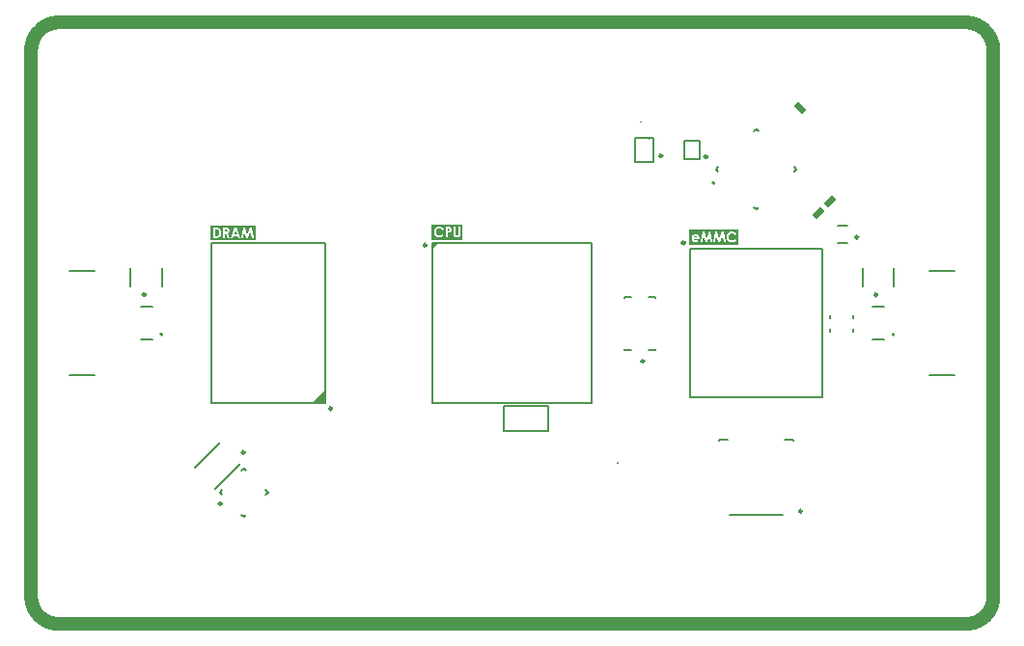
<source format=gbr>
%TF.GenerationSoftware,Altium Limited,Altium Designer,23.1.1 (15)*%
G04 Layer_Color=65535*
%FSLAX45Y45*%
%MOMM*%
%TF.SameCoordinates,3FBC52AE-4862-4018-B763-16E4B67C7164*%
%TF.FilePolarity,Positive*%
%TF.FileFunction,Legend,Top*%
%TF.Part,Single*%
G01*
G75*
%TA.AperFunction,NonConductor*%
%ADD67C,0.25000*%
%ADD68C,0.30000*%
%ADD69C,0.20000*%
%ADD70C,0.10000*%
%ADD71C,0.20320*%
%ADD72C,0.12700*%
G04:AMPARAMS|DCode=73|XSize=0.55mm|YSize=1mm|CornerRadius=0mm|HoleSize=0mm|Usage=FLASHONLY|Rotation=315.000|XOffset=0mm|YOffset=0mm|HoleType=Round|Shape=Rectangle|*
%AMROTATEDRECTD73*
4,1,4,-0.54801,-0.15910,0.15910,0.54801,0.54801,0.15910,-0.15910,-0.54801,-0.54801,-0.15910,0.0*
%
%ADD73ROTATEDRECTD73*%

G04:AMPARAMS|DCode=74|XSize=0.55mm|YSize=1mm|CornerRadius=0mm|HoleSize=0mm|Usage=FLASHONLY|Rotation=45.000|XOffset=0mm|YOffset=0mm|HoleType=Round|Shape=Rectangle|*
%AMROTATEDRECTD74*
4,1,4,0.15910,-0.54801,-0.54801,0.15910,-0.15910,0.54801,0.54801,-0.15910,0.15910,-0.54801,0.0*
%
%ADD74ROTATEDRECTD74*%

G36*
X10836195Y7939552D02*
X10836716Y7937989D01*
X10837497Y7937208D01*
X10842706Y7936687D01*
X10846872Y7935646D01*
X10852081Y7935125D01*
X10855727Y7934604D01*
X10861716Y7933823D01*
X10863800Y7933302D01*
X10866404Y7932260D01*
X10869269Y7931479D01*
X10871352Y7930958D01*
X10874737Y7930177D01*
X10877342Y7929656D01*
X10882290Y7928875D01*
X10888019Y7926271D01*
X10892185Y7925229D01*
X10896092Y7924448D01*
X10900259Y7922885D01*
X10901040Y7922104D01*
X10903644Y7921062D01*
X10905727Y7920541D01*
X10909113Y7919760D01*
X10911717Y7918718D01*
X10917186Y7915854D01*
X10920832Y7914812D01*
X10925780Y7912989D01*
X10927603Y7911166D01*
X10930988Y7909864D01*
X10933072Y7909343D01*
X10934894Y7908562D01*
X10937759Y7906218D01*
X10944530Y7903614D01*
X10947395Y7900750D01*
X10951041Y7899187D01*
X10952082Y7898666D01*
X10954947Y7896322D01*
X10957811Y7895020D01*
X10962499Y7892416D01*
X10963541Y7891374D01*
X10964582Y7890853D01*
X10969270Y7888249D01*
X10972395Y7885124D01*
X10977082Y7882520D01*
X10979166Y7880437D01*
X10980207Y7879916D01*
X10981249Y7878874D01*
X10982291Y7878353D01*
X10984374Y7876270D01*
X10985416Y7875749D01*
X10989062Y7873666D01*
X10990364Y7872364D01*
X10990885Y7871322D01*
X10992187Y7870020D01*
X10993228Y7869499D01*
X10995572Y7867155D01*
X10996093Y7866114D01*
X10996874Y7865332D01*
X11000520Y7863249D01*
X11003645Y7860124D01*
X11004687Y7859603D01*
X11020573Y7843717D01*
X11021094Y7842676D01*
X11024739Y7839030D01*
X11025260Y7837988D01*
X11027604Y7835124D01*
X11030468Y7832259D01*
X11030989Y7831217D01*
X11035156Y7827051D01*
X11037240Y7823405D01*
X11038802Y7821842D01*
X11039323Y7820800D01*
X11040885Y7819238D01*
X11041406Y7818196D01*
X11043489Y7816113D01*
X11044010Y7815071D01*
X11046615Y7810384D01*
X11049219Y7807779D01*
X11052344Y7802050D01*
X11054427Y7799967D01*
X11055469Y7797363D01*
X11055990Y7796321D01*
X11057813Y7793977D01*
X11058594Y7793717D01*
X11059115Y7792675D01*
X11060156Y7790071D01*
X11061458Y7786685D01*
X11062761Y7784863D01*
X11064844Y7781738D01*
X11065365Y7778612D01*
X11067969Y7774967D01*
X11069532Y7773404D01*
X11070573Y7769237D01*
X11071875Y7765852D01*
X11073177Y7764550D01*
X11073698Y7763508D01*
X11075261Y7759862D01*
X11077084Y7754914D01*
X11079427Y7751008D01*
X11080209Y7747623D01*
X11080730Y7745539D01*
X11084115Y7737987D01*
X11085157Y7733820D01*
X11086198Y7729133D01*
X11088803Y7724966D01*
X11089844Y7718716D01*
X11090626Y7714289D01*
X11091146Y7712205D01*
X11091667Y7709601D01*
X11092188Y7707518D01*
X11093230Y7704914D01*
X11094011Y7702049D01*
X11094532Y7699966D01*
X11095053Y7694757D01*
X11095573Y7691111D01*
X11096355Y7683559D01*
X11096876Y7680955D01*
X11098699Y7678090D01*
X11100261Y7677570D01*
X11100001Y2803810D01*
X11098438Y2803290D01*
X11097657Y2802508D01*
X11097136Y2797300D01*
X11096094Y2793133D01*
X11095053Y2782717D01*
X11094532Y2779071D01*
X11094011Y2776987D01*
X11092709Y2773602D01*
X11091928Y2770737D01*
X11091146Y2767352D01*
X11090626Y2765268D01*
X11090105Y2762664D01*
X11089063Y2756935D01*
X11086198Y2750424D01*
X11085678Y2746779D01*
X11085157Y2744695D01*
X11083334Y2739747D01*
X11082553Y2738966D01*
X11081511Y2736362D01*
X11080990Y2734278D01*
X11079948Y2729591D01*
X11077865Y2725945D01*
X11075782Y2721257D01*
X11075261Y2719174D01*
X11073698Y2715007D01*
X11071094Y2711361D01*
X11070313Y2708497D01*
X11069011Y2705111D01*
X11066667Y2702247D01*
X11064063Y2695476D01*
X11061198Y2692611D01*
X11060156Y2690007D01*
X11058073Y2686361D01*
X11056511Y2684799D01*
X11055469Y2682194D01*
X11054167Y2678809D01*
X11051823Y2676465D01*
X11051302Y2675423D01*
X11048698Y2670736D01*
X11045573Y2667611D01*
X11042969Y2662923D01*
X11040885Y2660840D01*
X11040365Y2659798D01*
X11038021Y2656934D01*
X11036198Y2655111D01*
X11033594Y2650423D01*
X11032812Y2649642D01*
X11031771Y2649121D01*
X11030468Y2647819D01*
X11029948Y2646777D01*
X11027604Y2644433D01*
X11026562Y2643913D01*
X11024479Y2640788D01*
X11023177Y2638965D01*
X11020573Y2636360D01*
X11020052Y2635319D01*
X11004166Y2619433D01*
X11003125Y2618912D01*
X10999479Y2615267D01*
X10998437Y2614746D01*
X10995572Y2612402D01*
X10992708Y2609537D01*
X10991666Y2609016D01*
X10987499Y2604850D01*
X10983853Y2602766D01*
X10981770Y2600683D01*
X10980728Y2600162D01*
X10979687Y2599120D01*
X10978645Y2598600D01*
X10976041Y2595995D01*
X10970312Y2592870D01*
X10968228Y2590787D01*
X10962499Y2587662D01*
X10960415Y2585579D01*
X10957811Y2584537D01*
X10956770Y2584016D01*
X10954947Y2582714D01*
X10954426Y2581672D01*
X10951041Y2579849D01*
X10948176Y2579068D01*
X10945311Y2577245D01*
X10942186Y2575162D01*
X10939061Y2574641D01*
X10935415Y2572037D01*
X10933853Y2570474D01*
X10929686Y2569433D01*
X10926300Y2568130D01*
X10924998Y2566828D01*
X10923957Y2566308D01*
X10920311Y2564745D01*
X10915363Y2562922D01*
X10914582Y2562141D01*
X10910936Y2560578D01*
X10906769Y2559537D01*
X10898956Y2555891D01*
X10895571Y2555109D01*
X10890363Y2554068D01*
X10882810Y2550682D01*
X10879165Y2550162D01*
X10874737Y2549380D01*
X10872654Y2548859D01*
X10870050Y2548339D01*
X10867967Y2547818D01*
X10865362Y2546776D01*
X10862498Y2545995D01*
X10860414Y2545474D01*
X10855206Y2544953D01*
X10851560Y2544432D01*
X10844008Y2543651D01*
X10841404Y2543130D01*
X10838539Y2541307D01*
X10838018Y2539745D01*
X2804324Y2540005D01*
X2803803Y2541568D01*
X2803022Y2542349D01*
X2797813Y2542870D01*
X2793646Y2543911D01*
X2783230Y2544953D01*
X2779584Y2545474D01*
X2777500Y2545995D01*
X2774115Y2547297D01*
X2771250Y2548078D01*
X2769167Y2548599D01*
X2765782Y2549380D01*
X2763177Y2549901D01*
X2758229Y2550682D01*
X2752500Y2553286D01*
X2748333Y2554328D01*
X2744427Y2555109D01*
X2740260Y2556672D01*
X2739479Y2557453D01*
X2736875Y2558495D01*
X2734792Y2559016D01*
X2730104Y2560057D01*
X2726458Y2562141D01*
X2721771Y2564224D01*
X2719687Y2564745D01*
X2715521Y2566308D01*
X2711875Y2568912D01*
X2709010Y2569693D01*
X2705625Y2570995D01*
X2700937Y2574120D01*
X2695989Y2575943D01*
X2693124Y2578808D01*
X2690520Y2579849D01*
X2686874Y2581933D01*
X2685312Y2583495D01*
X2682708Y2584537D01*
X2678020Y2587141D01*
X2676978Y2588183D01*
X2675937Y2588703D01*
X2671249Y2591308D01*
X2668124Y2594433D01*
X2663437Y2597037D01*
X2661353Y2599120D01*
X2660311Y2599641D01*
X2659270Y2600683D01*
X2658228Y2601204D01*
X2656145Y2603287D01*
X2655103Y2603808D01*
X2651457Y2605891D01*
X2650155Y2607193D01*
X2649634Y2608235D01*
X2648332Y2609537D01*
X2647290Y2610058D01*
X2644947Y2612402D01*
X2644426Y2613444D01*
X2643645Y2614225D01*
X2639999Y2616308D01*
X2636874Y2619433D01*
X2635832Y2619954D01*
X2619946Y2635840D01*
X2619426Y2636881D01*
X2615780Y2640527D01*
X2615259Y2641569D01*
X2612915Y2644433D01*
X2610050Y2647298D01*
X2609530Y2648340D01*
X2605363Y2652507D01*
X2603280Y2656152D01*
X2601196Y2658236D01*
X2600675Y2659277D01*
X2599634Y2660319D01*
X2599113Y2661361D01*
X2597029Y2663444D01*
X2596509Y2664486D01*
X2593904Y2669173D01*
X2591300Y2671777D01*
X2588175Y2677507D01*
X2586092Y2679590D01*
X2584790Y2682976D01*
X2584009Y2683757D01*
X2583488Y2684799D01*
X2581925Y2685840D01*
X2581404Y2686882D01*
X2580363Y2689486D01*
X2579060Y2692872D01*
X2577758Y2694695D01*
X2575675Y2697820D01*
X2575154Y2700945D01*
X2572550Y2704590D01*
X2570987Y2706153D01*
X2569425Y2712403D01*
X2565779Y2717612D01*
X2564998Y2720476D01*
X2563435Y2724643D01*
X2562654Y2725424D01*
X2561091Y2729070D01*
X2560050Y2733237D01*
X2556404Y2741049D01*
X2555623Y2744435D01*
X2554581Y2749643D01*
X2551716Y2755112D01*
X2551196Y2757195D01*
X2550675Y2760841D01*
X2549893Y2765268D01*
X2549373Y2767352D01*
X2548852Y2769956D01*
X2548331Y2772039D01*
X2547289Y2774643D01*
X2546508Y2777508D01*
X2545987Y2779591D01*
X2544945Y2790008D01*
X2544425Y2793654D01*
X2543643Y2798602D01*
X2541820Y2801467D01*
X2540258Y2801988D01*
X2540518Y7675747D01*
X2542081Y7676267D01*
X2542862Y7677049D01*
X2543383Y7682257D01*
X2544425Y7686424D01*
X2544945Y7691632D01*
X2545466Y7695278D01*
X2546248Y7701268D01*
X2546768Y7703351D01*
X2547810Y7705955D01*
X2548591Y7708820D01*
X2549112Y7710903D01*
X2549893Y7714289D01*
X2550414Y7716893D01*
X2550935Y7720018D01*
X2551456Y7722101D01*
X2552498Y7724705D01*
X2553800Y7727570D01*
X2554841Y7731737D01*
X2555623Y7735643D01*
X2557185Y7739810D01*
X2557966Y7740591D01*
X2559008Y7743195D01*
X2559529Y7745279D01*
X2560310Y7748664D01*
X2561352Y7751268D01*
X2564217Y7756737D01*
X2565258Y7760383D01*
X2567081Y7765331D01*
X2568383Y7766633D01*
X2568904Y7767675D01*
X2569946Y7770279D01*
X2571508Y7774446D01*
X2573852Y7777310D01*
X2576456Y7784081D01*
X2579321Y7786946D01*
X2580883Y7790592D01*
X2581404Y7791633D01*
X2583748Y7794498D01*
X2585050Y7797363D01*
X2587654Y7802050D01*
X2588696Y7803092D01*
X2589217Y7804133D01*
X2591821Y7808821D01*
X2594946Y7811946D01*
X2597550Y7816634D01*
X2599634Y7818717D01*
X2600155Y7819759D01*
X2601196Y7820800D01*
X2601717Y7821842D01*
X2604321Y7824446D01*
X2604582Y7825228D01*
X2604842Y7825488D01*
X2606925Y7829134D01*
X2607707Y7829915D01*
X2608748Y7830436D01*
X2610050Y7831738D01*
X2610571Y7832780D01*
X2612915Y7835124D01*
X2613957Y7835644D01*
X2614738Y7836426D01*
X2616821Y7840071D01*
X2619946Y7843197D01*
X2620467Y7844238D01*
X2636353Y7860124D01*
X2637395Y7860645D01*
X2641040Y7864291D01*
X2642082Y7864812D01*
X2644947Y7867155D01*
X2647811Y7870020D01*
X2648853Y7870541D01*
X2653020Y7874707D01*
X2656666Y7876791D01*
X2658749Y7878874D01*
X2659791Y7879395D01*
X2660832Y7880437D01*
X2661874Y7880958D01*
X2663957Y7883041D01*
X2664999Y7883562D01*
X2669687Y7886166D01*
X2672291Y7888770D01*
X2678020Y7891895D01*
X2679583Y7893458D01*
X2680624Y7893978D01*
X2685312Y7896583D01*
X2686093Y7897364D01*
X2686354Y7898145D01*
X2687395Y7898666D01*
X2689999Y7899708D01*
X2693385Y7901010D01*
X2697291Y7903874D01*
X2699375Y7904395D01*
X2702760Y7905697D01*
X2704583Y7906999D01*
X2706666Y7909083D01*
X2712916Y7910645D01*
X2718125Y7914291D01*
X2720989Y7915073D01*
X2725156Y7916635D01*
X2725937Y7917416D01*
X2729583Y7918979D01*
X2733750Y7920020D01*
X2736354Y7921062D01*
X2737396Y7921583D01*
X2742083Y7923666D01*
X2746250Y7924708D01*
X2750938Y7925750D01*
X2757708Y7928875D01*
X2761354Y7929396D01*
X2765782Y7930177D01*
X2767865Y7930698D01*
X2770469Y7931219D01*
X2772552Y7931739D01*
X2775157Y7932781D01*
X2778021Y7933562D01*
X2780105Y7934083D01*
X2790521Y7935125D01*
X2794167Y7935646D01*
X2799115Y7936427D01*
X2801980Y7938250D01*
X2802501Y7939812D01*
X10836195Y7939552D01*
D02*
G37*
%LPC*%
G36*
X2832189Y7820019D02*
X2830626Y7819498D01*
X2818647Y7818978D01*
X2817084Y7818457D01*
X2809011Y7817155D01*
X2806928Y7816634D01*
X2802501Y7815332D01*
X2795990Y7814550D01*
X2792865Y7814030D01*
X2788699Y7812467D01*
X2787917Y7811686D01*
X2785313Y7810644D01*
X2783230Y7810123D01*
X2777240Y7808821D01*
X2774636Y7807779D01*
X2768125Y7804915D01*
X2764740Y7803613D01*
X2762917Y7802311D01*
X2759792Y7800227D01*
X2756406Y7799446D01*
X2752240Y7796842D01*
X2751459Y7796061D01*
X2748854Y7795019D01*
X2745208Y7792936D01*
X2742604Y7790331D01*
X2740521Y7789810D01*
X2735833Y7786165D01*
X2731146Y7783561D01*
X2730364Y7782779D01*
X2729844Y7781738D01*
X2728021Y7779915D01*
X2725416Y7778352D01*
X2722291Y7775227D01*
X2721250Y7774706D01*
X2718385Y7772362D01*
X2716562Y7770539D01*
X2715521Y7770018D01*
X2709531Y7764029D01*
X2709010Y7762987D01*
X2705364Y7759341D01*
X2704843Y7758300D01*
X2703802Y7757258D01*
X2703281Y7756216D01*
X2700677Y7753612D01*
X2699114Y7751008D01*
X2697812Y7749706D01*
X2696770Y7749185D01*
X2695989Y7748404D01*
X2693385Y7743716D01*
X2692343Y7742674D01*
X2691822Y7741633D01*
X2690780Y7740591D01*
X2688697Y7736945D01*
X2686354Y7734081D01*
X2683749Y7728351D01*
X2681926Y7726528D01*
X2680364Y7722883D01*
X2679843Y7720799D01*
X2677760Y7717153D01*
X2675676Y7712466D01*
X2675155Y7710382D01*
X2670989Y7701528D01*
X2669947Y7697882D01*
X2669166Y7693976D01*
X2668124Y7691372D01*
X2666301Y7687986D01*
X2665780Y7685903D01*
X2665259Y7682257D01*
X2664478Y7677830D01*
X2663957Y7675226D01*
X2663437Y7673142D01*
X2662395Y7667934D01*
X2661353Y7663767D01*
X2660832Y7656475D01*
X2660311Y7648142D01*
X2660051Y2831675D01*
X2660572Y2830113D01*
X2661093Y2817613D01*
X2661614Y2816050D01*
X2662134Y2812404D01*
X2663437Y2806415D01*
X2664739Y2801988D01*
X2665520Y2795477D01*
X2666041Y2792352D01*
X2666562Y2790269D01*
X2669426Y2784800D01*
X2669947Y2782717D01*
X2671249Y2776727D01*
X2672291Y2774123D01*
X2675155Y2767612D01*
X2676457Y2764227D01*
X2677760Y2762404D01*
X2679843Y2759279D01*
X2680624Y2755893D01*
X2683228Y2751727D01*
X2684010Y2750945D01*
X2685051Y2748341D01*
X2687135Y2744695D01*
X2689218Y2742612D01*
X2691822Y2737924D01*
X2694166Y2735060D01*
X2696510Y2730633D01*
X2697291Y2729851D01*
X2698333Y2729330D01*
X2700156Y2727507D01*
X2701718Y2724903D01*
X2704843Y2721778D01*
X2705364Y2720736D01*
X2707708Y2717872D01*
X2709531Y2716049D01*
X2710052Y2715007D01*
X2716041Y2709018D01*
X2717083Y2708497D01*
X2721250Y2704330D01*
X2722291Y2703809D01*
X2725156Y2701466D01*
X2726458Y2700163D01*
X2727500Y2699643D01*
X2730364Y2697299D01*
X2730885Y2696257D01*
X2731667Y2695476D01*
X2732708Y2694955D01*
X2736354Y2692872D01*
X2737396Y2691830D01*
X2738437Y2691309D01*
X2739479Y2690267D01*
X2743125Y2688184D01*
X2745990Y2685840D01*
X2751719Y2683236D01*
X2753542Y2681413D01*
X2757188Y2679851D01*
X2760573Y2678548D01*
X2764479Y2676205D01*
X2767084Y2675163D01*
X2769948Y2674382D01*
X2772552Y2673340D01*
X2776459Y2670996D01*
X2780105Y2669955D01*
X2782188Y2669434D01*
X2786094Y2668653D01*
X2788699Y2667611D01*
X2792084Y2665788D01*
X2794167Y2665267D01*
X2797813Y2664746D01*
X2802240Y2663965D01*
X2804845Y2663444D01*
X2806928Y2662923D01*
X2812136Y2661882D01*
X2816303Y2660840D01*
X2823074Y2660319D01*
X2831407Y2659798D01*
X10808851Y2659538D01*
X10810414Y2660059D01*
X10821872Y2660579D01*
X10823435Y2661100D01*
X10831508Y2662402D01*
X10833591Y2662923D01*
X10838018Y2664225D01*
X10847654Y2665528D01*
X10849737Y2666048D01*
X10855206Y2668913D01*
X10857289Y2669434D01*
X10863279Y2670736D01*
X10865883Y2671777D01*
X10872394Y2674642D01*
X10874477Y2675163D01*
X10877081Y2676726D01*
X10878123Y2677767D01*
X10879165Y2678288D01*
X10882810Y2679851D01*
X10885675Y2680632D01*
X10886456Y2681413D01*
X10887498Y2681934D01*
X10888540Y2682976D01*
X10889581Y2683497D01*
X10895311Y2686621D01*
X10897394Y2688705D01*
X10902082Y2691309D01*
X10904946Y2693653D01*
X10908071Y2695215D01*
X10909894Y2696517D01*
X10911196Y2698340D01*
X10911977Y2699122D01*
X10913019Y2699643D01*
X10915884Y2701986D01*
X10918228Y2704330D01*
X10920832Y2705892D01*
X10923957Y2709018D01*
X10924998Y2709538D01*
X10930988Y2715528D01*
X10931509Y2716570D01*
X10935155Y2720216D01*
X10935676Y2721257D01*
X10936717Y2722299D01*
X10937238Y2723341D01*
X10939842Y2725945D01*
X10940363Y2726987D01*
X10942707Y2729851D01*
X10943749Y2730372D01*
X10944530Y2731153D01*
X10945051Y2732195D01*
X10947134Y2735841D01*
X10948176Y2736883D01*
X10948697Y2737924D01*
X10949738Y2738966D01*
X10951822Y2742612D01*
X10954166Y2745476D01*
X10956770Y2751206D01*
X10958593Y2753029D01*
X10960155Y2756674D01*
X10961457Y2760060D01*
X10963801Y2763966D01*
X10964843Y2766571D01*
X10965624Y2769435D01*
X10966666Y2772039D01*
X10969010Y2775945D01*
X10970051Y2779591D01*
X10970572Y2781675D01*
X10971353Y2785581D01*
X10971874Y2787664D01*
X10972655Y2788446D01*
X10974739Y2793133D01*
X10975259Y2798342D01*
X10975780Y2800425D01*
X10976561Y2803810D01*
X10978124Y2811623D01*
X10979166Y2815790D01*
X10979687Y2822561D01*
X10980207Y2830894D01*
X10980468Y5038474D01*
Y5038995D01*
X10979947Y7659340D01*
X10979426Y7660903D01*
X10978905Y7662986D01*
X10977603Y7671059D01*
X10977082Y7673142D01*
X10975780Y7677570D01*
X10974478Y7687205D01*
X10972916Y7691372D01*
X10972135Y7692153D01*
X10971093Y7694757D01*
X10970572Y7696841D01*
X10969270Y7702830D01*
X10968228Y7705434D01*
X10965364Y7711945D01*
X10964843Y7714028D01*
X10961457Y7718976D01*
X10960155Y7722362D01*
X10959634Y7724445D01*
X10957030Y7728091D01*
X10953384Y7734862D01*
X10951301Y7736945D01*
X10948697Y7741633D01*
X10946353Y7744497D01*
X10944790Y7747623D01*
X10943488Y7749446D01*
X10941665Y7750748D01*
X10940884Y7751529D01*
X10940363Y7752570D01*
X10938020Y7755435D01*
X10935676Y7757779D01*
X10935155Y7758821D01*
X10932811Y7761685D01*
X10930988Y7763508D01*
X10930467Y7764550D01*
X10924478Y7770539D01*
X10923436Y7771060D01*
X10919790Y7774706D01*
X10918748Y7775227D01*
X10917707Y7776269D01*
X10916665Y7776790D01*
X10914061Y7779394D01*
X10911457Y7780956D01*
X10910154Y7782258D01*
X10909634Y7783300D01*
X10908852Y7784081D01*
X10904165Y7786685D01*
X10903123Y7787727D01*
X10902082Y7788248D01*
X10901040Y7789290D01*
X10897394Y7791373D01*
X10894529Y7793717D01*
X10888800Y7796321D01*
X10886977Y7798144D01*
X10883331Y7799707D01*
X10881248Y7800227D01*
X10877602Y7802311D01*
X10872914Y7804394D01*
X10870831Y7804915D01*
X10861977Y7809082D01*
X10858331Y7810123D01*
X10853904Y7810905D01*
X10852081Y7811686D01*
X10848956Y7813769D01*
X10842706Y7814811D01*
X10838279Y7815592D01*
X10835675Y7816113D01*
X10833591Y7816634D01*
X10828383Y7817676D01*
X10824216Y7818717D01*
X10816924Y7819238D01*
X10808591Y7819759D01*
X2832189Y7820019D01*
D02*
G37*
%LPD*%
G36*
X6119999Y5901317D02*
Y5940000D01*
X6158682D01*
X6119999Y5901317D01*
D02*
G37*
G36*
X5179998Y4540000D02*
X5079998D01*
X5179998Y4640000D01*
Y4540000D01*
D02*
G37*
G36*
X8806821Y5929435D02*
X8372160D01*
Y6064644D01*
X8806821D01*
Y5929435D01*
D02*
G37*
G36*
X4569015Y5968091D02*
X4175669D01*
Y6098862D01*
X4569015D01*
Y5968091D01*
D02*
G37*
G36*
X6385540Y5972091D02*
X6111911D01*
Y6107300D01*
X6385540D01*
Y5972091D01*
D02*
G37*
%LPC*%
G36*
X8748251Y6044324D02*
X8747194D01*
X8744764Y6044219D01*
X8742334Y6044007D01*
X8740115Y6043690D01*
X8737790Y6043373D01*
X8735677Y6042845D01*
X8733669Y6042317D01*
X8731767Y6041683D01*
X8730077Y6041154D01*
X8728386Y6040520D01*
X8727012Y6039886D01*
X8725744Y6039358D01*
X8724688Y6038935D01*
X8723842Y6038513D01*
X8723208Y6038196D01*
X8722786Y6037984D01*
X8722680Y6037879D01*
X8720672Y6036611D01*
X8718665Y6035343D01*
X8716869Y6033969D01*
X8715178Y6032596D01*
X8713593Y6031222D01*
X8712219Y6029743D01*
X8710846Y6028369D01*
X8709683Y6027101D01*
X8708732Y6025833D01*
X8707781Y6024776D01*
X8707042Y6023720D01*
X8706408Y6022769D01*
X8705879Y6022135D01*
X8705562Y6021501D01*
X8705351Y6021184D01*
X8705245Y6021078D01*
X8704189Y6019071D01*
X8703238Y6017063D01*
X8702498Y6014950D01*
X8701759Y6012942D01*
X8701230Y6010934D01*
X8700702Y6008927D01*
X8700279Y6007025D01*
X8699962Y6005123D01*
X8699751Y6003432D01*
X8699540Y6001953D01*
X8699434Y6000579D01*
X8699328Y5999417D01*
X8699223Y5998360D01*
Y5997092D01*
X8699328Y5993288D01*
X8699751Y5989696D01*
X8700491Y5986209D01*
X8701336Y5982933D01*
X8702287Y5979975D01*
X8703449Y5977122D01*
X8704611Y5974586D01*
X8705879Y5972261D01*
X8707147Y5970148D01*
X8708310Y5968246D01*
X8709472Y5966661D01*
X8710423Y5965393D01*
X8711268Y5964337D01*
X8712008Y5963597D01*
X8712431Y5963069D01*
X8712536Y5962963D01*
X8715178Y5960638D01*
X8717925Y5958631D01*
X8720672Y5956834D01*
X8723631Y5955355D01*
X8726484Y5954087D01*
X8729337Y5953031D01*
X8732084Y5952080D01*
X8734831Y5951446D01*
X8737262Y5950812D01*
X8739586Y5950495D01*
X8741700Y5950178D01*
X8743496Y5949966D01*
X8744975Y5949861D01*
X8746032Y5949755D01*
X8746983D01*
X8751104Y5949966D01*
X8754908Y5950389D01*
X8756704Y5950600D01*
X8758289Y5950917D01*
X8759874Y5951234D01*
X8761353Y5951657D01*
X8762621Y5951974D01*
X8763783Y5952291D01*
X8764734Y5952608D01*
X8765580Y5952925D01*
X8766319Y5953136D01*
X8766742Y5953348D01*
X8767059Y5953453D01*
X8767165D01*
X8768855Y5954193D01*
X8770546Y5955144D01*
X8773927Y5957151D01*
X8777097Y5959370D01*
X8779950Y5961695D01*
X8781324Y5962752D01*
X8782486Y5963703D01*
X8783543Y5964654D01*
X8784388Y5965393D01*
X8785127Y5966027D01*
X8785656Y5966556D01*
X8785973Y5966872D01*
X8786078Y5966978D01*
X8774455Y5979235D01*
X8773082Y5977862D01*
X8771708Y5976699D01*
X8769172Y5974586D01*
X8766848Y5972790D01*
X8764840Y5971416D01*
X8763149Y5970359D01*
X8762515Y5969937D01*
X8761881Y5969620D01*
X8761459Y5969408D01*
X8761142Y5969197D01*
X8760930Y5969091D01*
X8760825D01*
X8758500Y5968140D01*
X8756070Y5967506D01*
X8753851Y5966978D01*
X8751738Y5966661D01*
X8749941Y5966450D01*
X8749096D01*
X8748462Y5966344D01*
X8747194D01*
X8744024Y5966556D01*
X8740960Y5966978D01*
X8738318Y5967612D01*
X8735888Y5968352D01*
X8734937Y5968669D01*
X8733986Y5968986D01*
X8733141Y5969303D01*
X8732507Y5969620D01*
X8731978Y5969937D01*
X8731556Y5970042D01*
X8731344Y5970254D01*
X8731239D01*
X8728703Y5971839D01*
X8726590Y5973635D01*
X8724688Y5975537D01*
X8723103Y5977228D01*
X8721835Y5978813D01*
X8720989Y5980080D01*
X8720672Y5980609D01*
X8720461Y5980926D01*
X8720250Y5981137D01*
Y5981243D01*
X8718982Y5983884D01*
X8718031Y5986632D01*
X8717291Y5989379D01*
X8716869Y5991809D01*
X8716657Y5992972D01*
X8716552Y5994028D01*
X8716446Y5994873D01*
Y5995719D01*
X8716340Y5996353D01*
Y5996775D01*
Y5997092D01*
Y5997198D01*
X8716446Y5999523D01*
X8716763Y6001847D01*
X8717186Y6003961D01*
X8717714Y6006074D01*
X8718348Y6007976D01*
X8719087Y6009772D01*
X8719933Y6011357D01*
X8720778Y6012836D01*
X8721518Y6014210D01*
X8722363Y6015372D01*
X8723103Y6016429D01*
X8723737Y6017274D01*
X8724265Y6018014D01*
X8724688Y6018437D01*
X8725005Y6018754D01*
X8725110Y6018859D01*
X8726801Y6020444D01*
X8728597Y6021818D01*
X8730394Y6022980D01*
X8732295Y6024037D01*
X8734092Y6024882D01*
X8735888Y6025622D01*
X8737684Y6026150D01*
X8739375Y6026678D01*
X8740854Y6026995D01*
X8742334Y6027312D01*
X8743602Y6027418D01*
X8744764Y6027629D01*
X8745609D01*
X8746349Y6027735D01*
X8746877D01*
X8749730Y6027629D01*
X8752477Y6027207D01*
X8755119Y6026573D01*
X8757655Y6025727D01*
X8760085Y6024776D01*
X8762304Y6023614D01*
X8764417Y6022452D01*
X8766425Y6021289D01*
X8768221Y6020021D01*
X8769806Y6018859D01*
X8771180Y6017803D01*
X8772342Y6016746D01*
X8773187Y6015901D01*
X8773927Y6015267D01*
X8774350Y6014844D01*
X8774455Y6014738D01*
X8786501Y6026150D01*
X8783543Y6029214D01*
X8780584Y6031962D01*
X8777520Y6034286D01*
X8774772Y6036188D01*
X8773504Y6036928D01*
X8772342Y6037667D01*
X8771285Y6038196D01*
X8770335Y6038724D01*
X8769701Y6039041D01*
X8769067Y6039358D01*
X8768750Y6039569D01*
X8768644D01*
X8766742Y6040415D01*
X8764734Y6041154D01*
X8760930Y6042317D01*
X8757338Y6043162D01*
X8755647Y6043479D01*
X8754062Y6043690D01*
X8752583Y6043902D01*
X8751209Y6044113D01*
X8750047Y6044219D01*
X8749096D01*
X8748251Y6044324D01*
D02*
G37*
G36*
X8674709Y6042105D02*
X8658014D01*
X8636987Y5979235D01*
X8616065Y6042105D01*
X8599581D01*
X8583838Y5951974D01*
X8600427D01*
X8610359Y6008821D01*
X8629379Y5951974D01*
X8644489D01*
X8663614Y6008821D01*
X8673229Y5951974D01*
X8689924D01*
X8674709Y6042105D01*
D02*
G37*
G36*
X8561754D02*
X8545059D01*
X8524032Y5979235D01*
X8503110Y6042105D01*
X8486627D01*
X8470883Y5951974D01*
X8487472D01*
X8497404Y6008821D01*
X8516424Y5951974D01*
X8531534D01*
X8550659Y6008821D01*
X8560274Y5951974D01*
X8576969D01*
X8561754Y6042105D01*
D02*
G37*
G36*
X8427666Y6020338D02*
X8426927D01*
X8424179Y6020233D01*
X8421643Y6019916D01*
X8419213Y6019388D01*
X8416888Y6018754D01*
X8414669Y6018014D01*
X8412662Y6017169D01*
X8410760Y6016218D01*
X8409069Y6015267D01*
X8407590Y6014316D01*
X8406216Y6013365D01*
X8405054Y6012519D01*
X8404103Y6011780D01*
X8403363Y6011146D01*
X8402729Y6010617D01*
X8402412Y6010300D01*
X8402307Y6010195D01*
X8400616Y6008293D01*
X8399031Y6006180D01*
X8397763Y6004172D01*
X8396601Y6002059D01*
X8395650Y5999945D01*
X8394910Y5997832D01*
X8394276Y5995719D01*
X8393748Y5993817D01*
X8393325Y5992021D01*
X8393008Y5990330D01*
X8392797Y5988745D01*
X8392586Y5987477D01*
Y5986420D01*
X8392480Y5985575D01*
Y5984941D01*
X8392586Y5982194D01*
X8392903Y5979552D01*
X8393431Y5977122D01*
X8394065Y5974797D01*
X8394805Y5972578D01*
X8395544Y5970571D01*
X8396495Y5968669D01*
X8397446Y5966978D01*
X8398292Y5965393D01*
X8399243Y5964020D01*
X8399982Y5962857D01*
X8400827Y5961906D01*
X8401356Y5961167D01*
X8401884Y5960533D01*
X8402201Y5960216D01*
X8402307Y5960110D01*
X8404209Y5958419D01*
X8406216Y5956834D01*
X8408330Y5955566D01*
X8410443Y5954404D01*
X8412556Y5953453D01*
X8414669Y5952714D01*
X8416783Y5952080D01*
X8418685Y5951551D01*
X8420587Y5951129D01*
X8422277Y5950812D01*
X8423862Y5950600D01*
X8425130Y5950389D01*
X8426293D01*
X8427032Y5950283D01*
X8427772D01*
X8431364Y5950389D01*
X8434746Y5950812D01*
X8437704Y5951340D01*
X8438972Y5951657D01*
X8440240Y5952080D01*
X8441297Y5952397D01*
X8442248Y5952714D01*
X8443093Y5952925D01*
X8443833Y5953242D01*
X8444361Y5953453D01*
X8444784Y5953664D01*
X8444995Y5953770D01*
X8445101D01*
X8447742Y5955249D01*
X8450173Y5957046D01*
X8452392Y5958842D01*
X8454188Y5960638D01*
X8455773Y5962329D01*
X8456301Y5963069D01*
X8456829Y5963597D01*
X8457252Y5964125D01*
X8457569Y5964548D01*
X8457675Y5964759D01*
X8457780Y5964865D01*
X8443727Y5971522D01*
X8442459Y5970359D01*
X8441085Y5969408D01*
X8439712Y5968457D01*
X8438338Y5967718D01*
X8436965Y5967084D01*
X8435697Y5966556D01*
X8433161Y5965816D01*
X8431998Y5965499D01*
X8430942Y5965288D01*
X8429991Y5965182D01*
X8429251Y5965076D01*
X8428617Y5964971D01*
X8427666D01*
X8424919Y5965182D01*
X8422383Y5965605D01*
X8420164Y5966239D01*
X8418262Y5967084D01*
X8416783Y5967823D01*
X8415726Y5968457D01*
X8415303Y5968669D01*
X8414986Y5968880D01*
X8414881Y5969091D01*
X8414775D01*
X8413085Y5970782D01*
X8411711Y5972684D01*
X8410654Y5974586D01*
X8409809Y5976382D01*
X8409281Y5977967D01*
X8409069Y5978707D01*
X8408858Y5979341D01*
X8408752Y5979764D01*
Y5980186D01*
X8408647Y5980397D01*
Y5980503D01*
X8462324D01*
X8462430Y5983673D01*
X8462324Y5986737D01*
X8462007Y5989590D01*
X8461479Y5992232D01*
X8460845Y5994768D01*
X8460105Y5997092D01*
X8459260Y5999311D01*
X8458414Y6001319D01*
X8457463Y6003115D01*
X8456512Y6004700D01*
X8455667Y6006180D01*
X8454822Y6007342D01*
X8454082Y6008398D01*
X8453448Y6009138D01*
X8452920Y6009772D01*
X8452603Y6010089D01*
X8452497Y6010195D01*
X8450595Y6011991D01*
X8448588Y6013576D01*
X8446474Y6014950D01*
X8444361Y6016112D01*
X8442248Y6017063D01*
X8440135Y6017908D01*
X8438021Y6018542D01*
X8436014Y6019071D01*
X8434112Y6019493D01*
X8432421Y6019810D01*
X8430836Y6020021D01*
X8429568Y6020233D01*
X8428406D01*
X8427666Y6020338D01*
D02*
G37*
%LPD*%
G36*
X8430096Y6005968D02*
X8432210Y6005546D01*
X8434217Y6005017D01*
X8435802Y6004383D01*
X8437176Y6003644D01*
X8438233Y6003115D01*
X8438867Y6002693D01*
X8438972Y6002587D01*
X8439078D01*
X8440768Y6001213D01*
X8442248Y5999734D01*
X8443410Y5998255D01*
X8444255Y5996775D01*
X8444889Y5995507D01*
X8445418Y5994556D01*
X8445523Y5994134D01*
X8445629Y5993817D01*
X8445735Y5993711D01*
Y5993605D01*
X8409386D01*
X8410443Y5995719D01*
X8411500Y5997515D01*
X8412556Y5998994D01*
X8413507Y6000157D01*
X8414352Y6001108D01*
X8414986Y6001742D01*
X8415409Y6002059D01*
X8415515Y6002164D01*
X8417522Y6003432D01*
X8419636Y6004383D01*
X8421749Y6005123D01*
X8423651Y6005546D01*
X8425342Y6005863D01*
X8425976Y6005968D01*
X8426610D01*
X8427138Y6006074D01*
X8427772D01*
X8430096Y6005968D01*
D02*
G37*
%LPC*%
G36*
X4533479Y6078542D02*
X4516784D01*
X4495757Y6015672D01*
X4474836Y6078542D01*
X4458352D01*
X4442608Y5988411D01*
X4459198D01*
X4469130Y6045258D01*
X4488150Y5988411D01*
X4503259D01*
X4522385Y6045258D01*
X4532000Y5988411D01*
X4548695D01*
X4533479Y6078542D01*
D02*
G37*
G36*
X4401505D02*
X4384070D01*
X4349307Y5988411D01*
X4367164D01*
X4374455Y6007008D01*
X4411226D01*
X4418306Y5988411D01*
X4436163D01*
X4401505Y6078542D01*
D02*
G37*
G36*
X4305562D02*
X4284958D01*
Y5988411D01*
X4301970D01*
Y6026661D01*
X4303660D01*
X4324053Y5988411D01*
X4342756D01*
X4321412Y6028457D01*
X4324370Y6029725D01*
X4327012Y6031205D01*
X4329231Y6032684D01*
X4331027Y6034058D01*
X4332401Y6035431D01*
X4333457Y6036488D01*
X4333774Y6036910D01*
X4333986Y6037227D01*
X4334197Y6037333D01*
Y6037439D01*
X4335676Y6039763D01*
X4336733Y6042299D01*
X4337473Y6044835D01*
X4338001Y6047160D01*
X4338318Y6049167D01*
X4338424Y6050118D01*
Y6050858D01*
X4338529Y6051492D01*
Y6051915D01*
Y6052232D01*
Y6052337D01*
X4338318Y6055402D01*
X4337895Y6058149D01*
X4337261Y6060685D01*
X4336627Y6062798D01*
X4336205Y6063749D01*
X4335888Y6064489D01*
X4335571Y6065228D01*
X4335254Y6065862D01*
X4334937Y6066285D01*
X4334831Y6066602D01*
X4334620Y6066813D01*
Y6066919D01*
X4333035Y6069138D01*
X4331344Y6070934D01*
X4329654Y6072519D01*
X4328069Y6073682D01*
X4326589Y6074633D01*
X4325427Y6075266D01*
X4325004Y6075478D01*
X4324687Y6075689D01*
X4324476Y6075795D01*
X4324370D01*
X4323102Y6076323D01*
X4321623Y6076746D01*
X4320038Y6077063D01*
X4318347Y6077380D01*
X4314861Y6077908D01*
X4311374Y6078225D01*
X4309683Y6078331D01*
X4308204Y6078436D01*
X4306830D01*
X4305562Y6078542D01*
D02*
G37*
G36*
X4218178D02*
X4195989D01*
Y5988411D01*
X4219763D01*
X4222722Y5988516D01*
X4225363Y5988622D01*
X4227793Y5988728D01*
X4230118Y5988939D01*
X4232126Y5989045D01*
X4233922Y5989256D01*
X4235507Y5989467D01*
X4236881Y5989679D01*
X4238043Y5989890D01*
X4238994Y5989996D01*
X4239839Y5990207D01*
X4240473Y5990313D01*
X4240896Y5990418D01*
X4241107Y5990524D01*
X4241213D01*
X4243854Y5991475D01*
X4246285Y5992743D01*
X4248504Y5994011D01*
X4250511Y5995279D01*
X4252096Y5996547D01*
X4252836Y5997075D01*
X4253364Y5997498D01*
X4253787Y5997920D01*
X4254104Y5998237D01*
X4254315Y5998343D01*
X4254421Y5998449D01*
X4256640Y6000773D01*
X4258542Y6003204D01*
X4260127Y6005634D01*
X4261500Y6007959D01*
X4262663Y6009966D01*
X4263085Y6010811D01*
X4263402Y6011551D01*
X4263719Y6012185D01*
X4263931Y6012608D01*
X4264036Y6012925D01*
Y6013030D01*
X4265198Y6016412D01*
X4266044Y6019687D01*
X4266678Y6022963D01*
X4267100Y6025921D01*
X4267206Y6027189D01*
X4267312Y6028457D01*
X4267417Y6029514D01*
X4267523Y6030359D01*
Y6032156D01*
X4267417Y6034903D01*
X4267206Y6037439D01*
X4266995Y6039975D01*
X4266572Y6042299D01*
X4266044Y6044624D01*
X4265515Y6046737D01*
X4264987Y6048639D01*
X4264459Y6050435D01*
X4263825Y6052020D01*
X4263297Y6053500D01*
X4262768Y6054768D01*
X4262240Y6055824D01*
X4261817Y6056670D01*
X4261606Y6057198D01*
X4261395Y6057621D01*
X4261289Y6057726D01*
X4260127Y6059734D01*
X4258859Y6061530D01*
X4257485Y6063221D01*
X4256217Y6064806D01*
X4254843Y6066285D01*
X4253575Y6067553D01*
X4252307Y6068715D01*
X4251040Y6069772D01*
X4249877Y6070723D01*
X4248821Y6071463D01*
X4247870Y6072097D01*
X4247024Y6072625D01*
X4246390Y6073048D01*
X4245862Y6073365D01*
X4245545Y6073470D01*
X4245439Y6073576D01*
X4243537Y6074421D01*
X4241424Y6075266D01*
X4239205Y6075900D01*
X4236881Y6076429D01*
X4232020Y6077380D01*
X4229590Y6077697D01*
X4227265Y6077908D01*
X4225046Y6078119D01*
X4223039Y6078331D01*
X4221137Y6078436D01*
X4219552D01*
X4218178Y6078542D01*
D02*
G37*
%LPD*%
G36*
X4404992Y6023597D02*
X4380689D01*
X4392841Y6054556D01*
X4404992Y6023597D01*
D02*
G37*
G36*
X4311057Y6061636D02*
X4312747Y6061530D01*
X4314015Y6061319D01*
X4314966Y6061108D01*
X4315600Y6061002D01*
X4316023Y6060791D01*
X4316129D01*
X4317080Y6060368D01*
X4317925Y6059945D01*
X4318664Y6059417D01*
X4319193Y6058889D01*
X4319721Y6058360D01*
X4320038Y6057938D01*
X4320249Y6057726D01*
X4320355Y6057621D01*
X4320883Y6056775D01*
X4321306Y6055930D01*
X4321517Y6055085D01*
X4321729Y6054345D01*
X4321834Y6053605D01*
X4321940Y6053077D01*
Y6052654D01*
Y6052549D01*
X4321834Y6050858D01*
X4321412Y6049379D01*
X4320989Y6048111D01*
X4320355Y6047160D01*
X4319827Y6046420D01*
X4319298Y6045892D01*
X4318876Y6045575D01*
X4318770Y6045469D01*
X4318136Y6045152D01*
X4317396Y6044730D01*
X4315706Y6044201D01*
X4313804Y6043884D01*
X4311902Y6043673D01*
X4310106Y6043462D01*
X4309366D01*
X4308732Y6043356D01*
X4301970D01*
Y6061847D01*
X4309155D01*
X4311057Y6061636D01*
D02*
G37*
G36*
X4221771Y6061847D02*
X4224412Y6061636D01*
X4226948Y6061319D01*
X4229273Y6060791D01*
X4231386Y6060262D01*
X4233288Y6059734D01*
X4234979Y6058994D01*
X4236564Y6058360D01*
X4237832Y6057726D01*
X4238994Y6057092D01*
X4239945Y6056458D01*
X4240790Y6055930D01*
X4241424Y6055402D01*
X4241847Y6055085D01*
X4242058Y6054873D01*
X4242164Y6054768D01*
X4243643Y6053183D01*
X4244805Y6051492D01*
X4245968Y6049801D01*
X4246919Y6048005D01*
X4247658Y6046103D01*
X4248292Y6044307D01*
X4248821Y6042405D01*
X4249243Y6040714D01*
X4249666Y6039024D01*
X4249877Y6037544D01*
X4250089Y6036171D01*
X4250194Y6034903D01*
X4250300Y6033952D01*
Y6033212D01*
Y6032790D01*
Y6032578D01*
X4250194Y6029197D01*
X4249772Y6026133D01*
X4249243Y6023491D01*
X4248926Y6022223D01*
X4248609Y6021167D01*
X4248187Y6020216D01*
X4247870Y6019370D01*
X4247658Y6018631D01*
X4247341Y6017997D01*
X4247130Y6017468D01*
X4246919Y6017151D01*
X4246813Y6016940D01*
Y6016834D01*
X4245439Y6014615D01*
X4244066Y6012713D01*
X4242586Y6011128D01*
X4241213Y6009966D01*
X4239945Y6008909D01*
X4238994Y6008276D01*
X4238254Y6007853D01*
X4238148Y6007747D01*
X4238043D01*
X4236986Y6007325D01*
X4235824Y6006902D01*
X4233182Y6006268D01*
X4230329Y6005740D01*
X4227476Y6005423D01*
X4226208Y6005317D01*
X4224940Y6005211D01*
X4223884D01*
X4222827Y6005106D01*
X4213000D01*
Y6061953D01*
X4218812D01*
X4221771Y6061847D01*
D02*
G37*
%LPC*%
G36*
X6181259Y6086980D02*
X6180202D01*
X6177772Y6086875D01*
X6175341Y6086663D01*
X6173123Y6086346D01*
X6170798Y6086029D01*
X6168685Y6085501D01*
X6166677Y6084973D01*
X6164775Y6084339D01*
X6163084Y6083811D01*
X6161394Y6083177D01*
X6160020Y6082543D01*
X6158752Y6082014D01*
X6157696Y6081592D01*
X6156850Y6081169D01*
X6156216Y6080852D01*
X6155794Y6080641D01*
X6155688Y6080535D01*
X6153680Y6079267D01*
X6151673Y6077999D01*
X6149876Y6076625D01*
X6148186Y6075252D01*
X6146601Y6073878D01*
X6145227Y6072399D01*
X6143854Y6071025D01*
X6142691Y6069757D01*
X6141740Y6068489D01*
X6140789Y6067433D01*
X6140050Y6066376D01*
X6139416Y6065425D01*
X6138887Y6064791D01*
X6138570Y6064157D01*
X6138359Y6063840D01*
X6138253Y6063734D01*
X6137197Y6061727D01*
X6136246Y6059719D01*
X6135506Y6057606D01*
X6134766Y6055598D01*
X6134238Y6053591D01*
X6133710Y6051583D01*
X6133287Y6049681D01*
X6132970Y6047779D01*
X6132759Y6046088D01*
X6132548Y6044609D01*
X6132442Y6043236D01*
X6132336Y6042073D01*
X6132231Y6041017D01*
Y6039749D01*
X6132336Y6035945D01*
X6132759Y6032352D01*
X6133499Y6028865D01*
X6134344Y6025590D01*
X6135295Y6022631D01*
X6136457Y6019778D01*
X6137619Y6017242D01*
X6138887Y6014918D01*
X6140155Y6012804D01*
X6141318Y6010902D01*
X6142480Y6009317D01*
X6143431Y6008049D01*
X6144276Y6006993D01*
X6145016Y6006253D01*
X6145439Y6005725D01*
X6145544Y6005619D01*
X6148186Y6003295D01*
X6150933Y6001287D01*
X6153680Y5999491D01*
X6156639Y5998011D01*
X6159492Y5996743D01*
X6162345Y5995687D01*
X6165092Y5994736D01*
X6167839Y5994102D01*
X6170270Y5993468D01*
X6172594Y5993151D01*
X6174707Y5992834D01*
X6176504Y5992623D01*
X6177983Y5992517D01*
X6179040Y5992411D01*
X6179991D01*
X6184112Y5992623D01*
X6187915Y5993045D01*
X6189712Y5993256D01*
X6191297Y5993573D01*
X6192882Y5993890D01*
X6194361Y5994313D01*
X6195629Y5994630D01*
X6196791Y5994947D01*
X6197742Y5995264D01*
X6198588Y5995581D01*
X6199327Y5995792D01*
X6199750Y5996004D01*
X6200067Y5996109D01*
X6200173D01*
X6201863Y5996849D01*
X6203554Y5997800D01*
X6206935Y5999808D01*
X6210105Y6002027D01*
X6212958Y6004351D01*
X6214331Y6005408D01*
X6215494Y6006359D01*
X6216550Y6007310D01*
X6217396Y6008049D01*
X6218135Y6008683D01*
X6218664Y6009212D01*
X6218981Y6009529D01*
X6219086Y6009634D01*
X6207463Y6021891D01*
X6206090Y6020518D01*
X6204716Y6019355D01*
X6202180Y6017242D01*
X6199856Y6015446D01*
X6197848Y6014072D01*
X6196157Y6013016D01*
X6195523Y6012593D01*
X6194889Y6012276D01*
X6194467Y6012065D01*
X6194150Y6011853D01*
X6193938Y6011748D01*
X6193833D01*
X6191508Y6010797D01*
X6189078Y6010163D01*
X6186859Y6009634D01*
X6184746Y6009317D01*
X6182949Y6009106D01*
X6182104D01*
X6181470Y6009000D01*
X6180202D01*
X6177032Y6009212D01*
X6173968Y6009634D01*
X6171326Y6010268D01*
X6168896Y6011008D01*
X6167945Y6011325D01*
X6166994Y6011642D01*
X6166149Y6011959D01*
X6165515Y6012276D01*
X6164986Y6012593D01*
X6164564Y6012699D01*
X6164352Y6012910D01*
X6164247D01*
X6161711Y6014495D01*
X6159598Y6016291D01*
X6157696Y6018193D01*
X6156111Y6019884D01*
X6154843Y6021469D01*
X6153997Y6022737D01*
X6153680Y6023265D01*
X6153469Y6023582D01*
X6153258Y6023793D01*
Y6023899D01*
X6151990Y6026541D01*
X6151039Y6029288D01*
X6150299Y6032035D01*
X6149876Y6034465D01*
X6149665Y6035628D01*
X6149559Y6036684D01*
X6149454Y6037530D01*
Y6038375D01*
X6149348Y6039009D01*
Y6039432D01*
Y6039749D01*
Y6039854D01*
X6149454Y6042179D01*
X6149771Y6044504D01*
X6150193Y6046617D01*
X6150722Y6048730D01*
X6151356Y6050632D01*
X6152095Y6052428D01*
X6152941Y6054013D01*
X6153786Y6055493D01*
X6154526Y6056866D01*
X6155371Y6058029D01*
X6156111Y6059085D01*
X6156745Y6059930D01*
X6157273Y6060670D01*
X6157696Y6061093D01*
X6158013Y6061410D01*
X6158118Y6061515D01*
X6159809Y6063100D01*
X6161605Y6064474D01*
X6163401Y6065636D01*
X6165303Y6066693D01*
X6167100Y6067538D01*
X6168896Y6068278D01*
X6170692Y6068806D01*
X6172383Y6069335D01*
X6173862Y6069652D01*
X6175341Y6069969D01*
X6176609Y6070074D01*
X6177772Y6070286D01*
X6178617D01*
X6179357Y6070391D01*
X6179885D01*
X6182738Y6070286D01*
X6185485Y6069863D01*
X6188127Y6069229D01*
X6190663Y6068384D01*
X6193093Y6067433D01*
X6195312Y6066270D01*
X6197425Y6065108D01*
X6199433Y6063946D01*
X6201229Y6062678D01*
X6202814Y6061515D01*
X6204188Y6060459D01*
X6205350Y6059402D01*
X6206195Y6058557D01*
X6206935Y6057923D01*
X6207358Y6057500D01*
X6207463Y6057395D01*
X6219509Y6068806D01*
X6216550Y6071871D01*
X6213592Y6074618D01*
X6210528Y6076942D01*
X6207780Y6078844D01*
X6206512Y6079584D01*
X6205350Y6080324D01*
X6204293Y6080852D01*
X6203342Y6081380D01*
X6202708Y6081697D01*
X6202074Y6082014D01*
X6201757Y6082226D01*
X6201652D01*
X6199750Y6083071D01*
X6197742Y6083811D01*
X6193938Y6084973D01*
X6190346Y6085818D01*
X6188655Y6086135D01*
X6187070Y6086346D01*
X6185591Y6086558D01*
X6184217Y6086769D01*
X6183055Y6086875D01*
X6182104D01*
X6181259Y6086980D01*
D02*
G37*
G36*
X6365220Y6084762D02*
X6347996D01*
Y6028548D01*
Y6026963D01*
Y6025484D01*
X6347891Y6024110D01*
X6347785Y6022842D01*
X6347679Y6021680D01*
X6347574Y6020729D01*
X6347468Y6019884D01*
X6347362Y6019039D01*
X6347151Y6017771D01*
X6346940Y6016925D01*
X6346834Y6016503D01*
X6346728Y6016291D01*
X6346200Y6015129D01*
X6345461Y6014178D01*
X6344721Y6013227D01*
X6343981Y6012487D01*
X6343242Y6011853D01*
X6342713Y6011431D01*
X6342291Y6011114D01*
X6342185Y6011008D01*
X6340917Y6010374D01*
X6339543Y6009846D01*
X6338275Y6009529D01*
X6337007Y6009212D01*
X6335951Y6009106D01*
X6335105Y6009000D01*
X6334366D01*
X6332886Y6009106D01*
X6331407Y6009317D01*
X6330245Y6009529D01*
X6329188Y6009951D01*
X6328237Y6010268D01*
X6327603Y6010480D01*
X6327181Y6010691D01*
X6327075Y6010797D01*
X6326018Y6011536D01*
X6325067Y6012382D01*
X6324328Y6013227D01*
X6323799Y6013967D01*
X6323271Y6014706D01*
X6322954Y6015235D01*
X6322848Y6015657D01*
X6322743Y6015763D01*
X6322320Y6017137D01*
X6322003Y6018722D01*
X6321792Y6020518D01*
X6321686Y6022314D01*
X6321580Y6023899D01*
X6321475Y6024639D01*
Y6025167D01*
Y6025695D01*
Y6026118D01*
Y6026329D01*
Y6026435D01*
Y6084762D01*
X6304252D01*
Y6028126D01*
X6304357Y6025378D01*
X6304569Y6022948D01*
X6304780Y6020623D01*
X6304991Y6018616D01*
X6305203Y6016714D01*
X6305520Y6015023D01*
X6305837Y6013544D01*
X6306048Y6012276D01*
X6306365Y6011114D01*
X6306576Y6010268D01*
X6306893Y6009423D01*
X6306999Y6008895D01*
X6307210Y6008472D01*
X6307316Y6008261D01*
Y6008155D01*
X6308689Y6005725D01*
X6310274Y6003506D01*
X6311965Y6001604D01*
X6313656Y6000019D01*
X6315241Y5998645D01*
X6316509Y5997694D01*
X6317037Y5997272D01*
X6317354Y5997060D01*
X6317565Y5996955D01*
X6317671Y5996849D01*
X6320524Y5995370D01*
X6323377Y5994313D01*
X6326335Y5993468D01*
X6328977Y5992939D01*
X6330139Y5992834D01*
X6331302Y5992623D01*
X6332253Y5992517D01*
X6333098D01*
X6333837Y5992411D01*
X6334788D01*
X6337430Y5992517D01*
X6339966Y5992728D01*
X6342185Y5993151D01*
X6344087Y5993573D01*
X6345672Y5993996D01*
X6346306Y5994207D01*
X6346834Y5994419D01*
X6347257Y5994524D01*
X6347574Y5994630D01*
X6347679Y5994736D01*
X6347785D01*
X6349898Y5995687D01*
X6351800Y5996849D01*
X6353491Y5998011D01*
X6354970Y5999174D01*
X6356133Y6000230D01*
X6357084Y6001181D01*
X6357612Y6001710D01*
X6357823Y6001921D01*
X6359302Y6003823D01*
X6360570Y6005619D01*
X6361521Y6007310D01*
X6362367Y6008895D01*
X6362895Y6010268D01*
X6363318Y6011219D01*
X6363423Y6011642D01*
X6363529Y6011959D01*
X6363635Y6012065D01*
Y6012170D01*
X6363952Y6013227D01*
X6364163Y6014495D01*
X6364374Y6015869D01*
X6364586Y6017348D01*
X6364797Y6020412D01*
X6365008Y6023582D01*
X6365114Y6025061D01*
Y6026435D01*
X6365220Y6027703D01*
Y6084762D01*
D02*
G37*
G36*
X6255012D02*
X6234408D01*
Y5994630D01*
X6251420D01*
Y6032880D01*
X6253850D01*
X6255963Y6032986D01*
X6257971D01*
X6259873Y6033092D01*
X6261458Y6033197D01*
X6262937Y6033303D01*
X6264311Y6033409D01*
X6265473Y6033620D01*
X6266424Y6033726D01*
X6267375Y6033831D01*
X6268009Y6033937D01*
X6268643Y6034043D01*
X6269065Y6034148D01*
X6269382D01*
X6269488Y6034254D01*
X6269594D01*
X6272552Y6035311D01*
X6275300Y6036684D01*
X6277519Y6038058D01*
X6279526Y6039537D01*
X6281005Y6040805D01*
X6281639Y6041439D01*
X6282062Y6041862D01*
X6282485Y6042285D01*
X6282802Y6042602D01*
X6282907Y6042813D01*
X6283013Y6042919D01*
X6283858Y6044081D01*
X6284704Y6045349D01*
X6285972Y6047990D01*
X6286817Y6050632D01*
X6287451Y6053062D01*
X6287662Y6054225D01*
X6287874Y6055281D01*
X6287979Y6056232D01*
Y6056972D01*
X6288085Y6057606D01*
Y6058557D01*
X6287874Y6061621D01*
X6287451Y6064474D01*
X6286923Y6066904D01*
X6286183Y6069018D01*
X6285866Y6069969D01*
X6285443Y6070814D01*
X6285126Y6071448D01*
X6284915Y6072082D01*
X6284598Y6072504D01*
X6284492Y6072821D01*
X6284281Y6073033D01*
Y6073138D01*
X6282696Y6075252D01*
X6281111Y6077154D01*
X6279315Y6078633D01*
X6277730Y6079901D01*
X6276251Y6080852D01*
X6274983Y6081486D01*
X6274560Y6081697D01*
X6274243Y6081909D01*
X6274032Y6082014D01*
X6273926D01*
X6272658Y6082543D01*
X6271179Y6082965D01*
X6269488Y6083282D01*
X6267797Y6083599D01*
X6264311Y6084128D01*
X6260824Y6084445D01*
X6259133Y6084550D01*
X6257654Y6084656D01*
X6256174D01*
X6255012Y6084762D01*
D02*
G37*
%LPD*%
G36*
X6259027Y6067961D02*
X6260295Y6067855D01*
X6261458Y6067750D01*
X6263360Y6067538D01*
X6264839Y6067221D01*
X6266001Y6066799D01*
X6266741Y6066587D01*
X6267269Y6066376D01*
X6267375Y6066270D01*
X6268748Y6065214D01*
X6269805Y6064051D01*
X6270545Y6062783D01*
X6270967Y6061515D01*
X6271284Y6060459D01*
X6271390Y6059508D01*
X6271496Y6058874D01*
Y6058768D01*
Y6058663D01*
X6271390Y6057606D01*
X6271284Y6056549D01*
X6271073Y6055704D01*
X6270756Y6054964D01*
X6270439Y6054330D01*
X6270228Y6053908D01*
X6270122Y6053591D01*
X6270016Y6053485D01*
X6269382Y6052745D01*
X6268748Y6052111D01*
X6267480Y6051160D01*
X6266846Y6050843D01*
X6266424Y6050632D01*
X6266107Y6050421D01*
X6266001D01*
X6264839Y6050104D01*
X6263465Y6049892D01*
X6261986Y6049787D01*
X6260507Y6049681D01*
X6259133Y6049575D01*
X6251420D01*
Y6068067D01*
X6257759D01*
X6259027Y6067961D01*
D02*
G37*
D67*
X9362500Y3588502D02*
G03*
X9362500Y3588502I-12500J0D01*
G01*
X7975639Y4907500D02*
G03*
X7975639Y4907500I-12500J0D01*
G01*
X5238598Y4490700D02*
G03*
X5238598Y4490700I-12500J0D01*
G01*
X4472985Y4106141D02*
G03*
X4472985Y4106141I-12500J0D01*
G01*
X6067499Y5925000D02*
G03*
X6067499Y5925000I-12500J0D01*
G01*
X9855362Y5996097D02*
G03*
X9855362Y5996097I-12500J0D01*
G01*
X8135144Y6710190D02*
G03*
X8135144Y6710190I-12500J0D01*
G01*
X8530197Y6700190D02*
G03*
X8530197Y6700190I-12500J0D01*
G01*
X4271053Y3655354D02*
G03*
X4271053Y3655354I-12500J0D01*
G01*
X10022500Y5489999D02*
G03*
X10022500Y5489999I-12500J0D01*
G01*
X3602498Y5489998D02*
G03*
X3602498Y5489998I-12500J0D01*
G01*
D68*
X8332700Y5945600D02*
G03*
X8332700Y5945600I-10000J0D01*
G01*
D69*
X7749198Y4010472D02*
G03*
X7749198Y4010472I-5000J0D01*
G01*
X3751748Y5140000D02*
G03*
X3751748Y5140000I-10000J0D01*
G01*
X10171750D02*
G03*
X10171750Y5140000I-10000J0D01*
G01*
X8596294Y6470849D02*
G03*
X8596294Y6470849I-10000J0D01*
G01*
X5079998Y4540000D02*
X5179998Y4640000D01*
Y4540000D02*
Y5940000D01*
X4179998Y4540000D02*
Y5940000D01*
Y4540000D02*
X5179998D01*
X4179998Y5940000D02*
X5179998D01*
X6119999Y4540000D02*
X7519999D01*
X6119999Y5940000D02*
X7519999D01*
Y4540000D02*
Y5940000D01*
X6119999Y5901317D02*
X6158682Y5940000D01*
X9677862Y6100097D02*
X9762862D01*
X9677862Y5940097D02*
X9762862D01*
X8060144Y6655190D02*
Y6865190D01*
X7900144D02*
X8060144D01*
X7900144Y6655190D02*
X8060144D01*
X7900144D02*
Y6865190D01*
X8467697Y6677690D02*
Y6842690D01*
X8332697D02*
X8467697D01*
X8332697Y6677690D02*
X8467697D01*
X8332697D02*
Y6842690D01*
X9603998Y5287500D02*
Y5312500D01*
Y5167500D02*
Y5192500D01*
X9813998Y5167500D02*
Y5192500D01*
Y5287500D02*
Y5312500D01*
X4255446Y3751242D02*
X4276659Y3730029D01*
X4255446Y3751242D02*
X4276659Y3772455D01*
X4446365Y3560323D02*
X4467578Y3539110D01*
X4488791Y3560323D01*
X4467578Y3963374D02*
X4488791Y3942161D01*
X4446365D02*
X4467578Y3963374D01*
X4658497Y3772455D02*
X4679710Y3751242D01*
X4658497Y3730029D02*
X4679710Y3751242D01*
X6745016Y4293893D02*
Y4513898D01*
X7135012D01*
Y4293893D02*
Y4513898D01*
X6745016Y4293893D02*
X7135012D01*
X9892502Y5564996D02*
Y5725001D01*
X10167498Y5564996D02*
Y5725001D01*
X3472500Y5564995D02*
Y5725000D01*
X3747496Y5564995D02*
Y5725000D01*
D70*
X9818998Y5352500D02*
G03*
X9818998Y5352500I-5000J0D01*
G01*
X8021146Y6857211D02*
G03*
X8021146Y6857211I-5000J0D01*
G01*
X7949132Y7007211D02*
G03*
X7949132Y7007211I-5000J0D01*
G01*
D71*
X2937998Y4783000D02*
X3157997D01*
X2937998Y5697000D02*
X3157997D01*
X10482001D02*
X10702000D01*
X10482001Y4783000D02*
X10702000D01*
X8731000Y3560002D02*
X9189000D01*
X8630000Y4210202D02*
Y4220002D01*
X9210000D02*
X9290000D01*
X8630000D02*
X8710000D01*
X9290000Y4210202D02*
Y4220002D01*
X8014639Y5007500D02*
X8072639D01*
Y5015500D01*
Y5464500D02*
Y5472500D01*
X8014639D02*
X8072639D01*
X7807639D02*
X7865639D01*
X7807639Y5464500D02*
Y5472500D01*
Y5007500D02*
Y5015500D01*
Y5007500D02*
X7865639D01*
X9540000Y4585000D02*
Y5895000D01*
X8380000Y4585000D02*
X9540000D01*
X8380000D02*
Y5895000D01*
X9540000D01*
X4216104Y3787514D02*
X4435307Y4006717D01*
X4035791Y3967826D02*
X4254994Y4187029D01*
X6119999Y4540000D02*
Y5940000D01*
D72*
X3559998Y5382000D02*
X3659998D01*
X3559998Y5098000D02*
X3659998D01*
X9980000Y5382000D02*
X10080000D01*
X9980000Y5098000D02*
X10080000D01*
X8606446Y6589997D02*
X8625538Y6570905D01*
X8940908Y6255535D02*
X8960000Y6236443D01*
Y6943551D02*
X8979092Y6924459D01*
X9294461Y6609089D02*
X9313553Y6589997D01*
X8606446D02*
X8625538Y6609089D01*
X8960000Y6236443D02*
X8979092Y6255535D01*
X8940908Y6924459D02*
X8960000Y6943551D01*
X9294461Y6570905D02*
X9313553Y6589997D01*
D73*
X9604347Y6304133D02*
D03*
X9504335Y6204120D02*
D03*
D74*
X9344315Y7128236D02*
D03*
%TF.MD5,ccbd280fea2dbbbb952225a700f2f5fd*%
M02*

</source>
